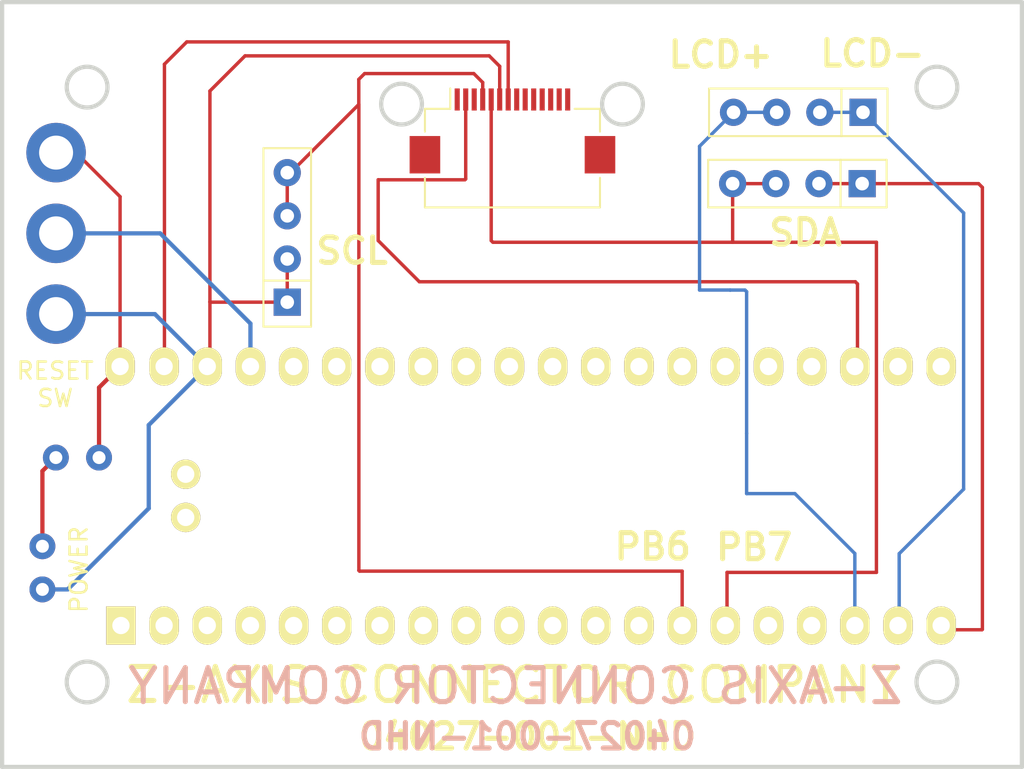
<source format=kicad_pcb>
(kicad_pcb (version 20211014) (generator pcbnew)
  (layers (0 "F.Cu" signal) (31 "B.Cu" signal) (34 "B.Paste" user) (35 "F.Paste" user) (36 "B.SilkS" user "B.Silkscreen") (37 "F.SilkS" user "F.Silkscreen") (38 "B.Mask" user) (39 "F.Mask" user) (44 "Edge.Cuts" user))
  (net 0 "")
  (footprint "BluePill_breakouts:MCM_Toggle_Switch_3_Pins" (layer "F.Cu") (at 129.248408 97.351088 90)
    (fp_text reference "REF**" hide)
    (fp_text value "MCM_Toggle_Switch_3_Pins" hide)
    (pad "1" thru_hole circle (at 0 0 90) (size 3.5 3.5) (drill 2) (layers *.Cu *.Mask))
    (pad "2" thru_hole circle (at 4.75 0 90) (size 3.5 3.5) (drill 2) (layers *.Cu *.Mask))
    (pad "3" thru_hole circle (at 9.5 0 90) (size 3.5 3.5) (drill 2) (layers *.Cu *.Mask))
  )
  (footprint "BluePill_breakouts:led-tht" (layer "F.Cu") (at 131.776216 105.794048 180)
    (fp_text reference "REF**" hide)
    (fp_text value "led-tht" hide)
    (pad "1" thru_hole circle (at 0 0 180) (size 1.524 1.524) (drill 0.762) (layers *.Cu *.Mask))
    (pad "2" thru_hole circle (at 2.54 0 180) (size 1.524 1.524) (drill 0.762) (layers *.Cu *.Mask))
  )
  (footprint "clipboard:5a87e1a2-8341-48fe-b5e9-54349676dc19" (layer "F.Cu") (at 176.675 89.675 180)
    (fp_text reference "" (at 0 0) (layer "F.SilkS") (effects (font (size 1.27 1.27))))
    (fp_text value "" (at 0 0) (layer "F.SilkS") (effects (font (size 1.27 1.27))))
    (fp_line (start 9.06 1.4) (end 9.06 -1.4) (layer "F.SilkS") (width 0.12))
    (fp_line (start 1.27 -1.4) (end 1.27 1.4) (layer "F.SilkS") (width 0.12))
    (fp_line (start -1.44 1.4) (end 9.06 1.4) (layer "F.SilkS") (width 0.12))
    (fp_line (start 9.06 -1.4) (end -1.44 -1.4) (layer "F.SilkS") (width 0.12))
    (fp_line (start -1.44 -1.4) (end -1.44 1.4) (layer "F.SilkS") (width 0.12))
    (pad "1" thru_hole rect (at 0 0 180) (size 1.6 1.6) (drill 0.8) (layers *.Cu *.Mask))
    (pad "2" thru_hole oval (at 2.54 0 180) (size 1.6 1.6) (drill 0.8) (layers *.Cu *.Mask))
    (pad "3" thru_hole oval (at 5.08 0 180) (size 1.6 1.6) (drill 0.8) (layers *.Cu *.Mask))
    (pad "4" thru_hole oval (at 7.62 0 180) (size 1.6 1.6) (drill 0.8) (layers *.Cu *.Mask))
  )
  (footprint "clipboard:f401dcee-4887-443d-b321-1252092049f9" (layer "F.Cu") (at 133.0142 100.435 90)
    (fp_text reference "" (at 0 0 90) (layer "F.SilkS") (effects (font (size 1.27 1.27))))
    (fp_text value "" (at 0 0 90) (layer "F.SilkS") (effects (font (size 1.27 1.27))))
    (pad "1" thru_hole rect (at -15.24 0.0508) (size 1.7272 2.25) (drill 1.016) (layers *.Cu *.Mask "F.SilkS"))
    (pad "2" thru_hole oval (at -15.24 2.5908) (size 1.7272 2.25) (drill 1.016) (layers *.Cu *.Mask "F.SilkS"))
    (pad "3" thru_hole oval (at -15.24 5.1308) (size 1.7272 2.25) (drill 1.016) (layers *.Cu *.Mask "F.SilkS"))
    (pad "4" thru_hole oval (at -15.24 7.6708) (size 1.7272 2.25) (drill 1.016) (layers *.Cu *.Mask "F.SilkS"))
    (pad "5" thru_hole oval (at -15.24 10.2108) (size 1.7272 2.25) (drill 1.016) (layers *.Cu *.Mask "F.SilkS"))
    (pad "6" thru_hole oval (at -15.24 12.7508) (size 1.7272 2.25) (drill 1.016) (layers *.Cu *.Mask "F.SilkS"))
    (pad "7" thru_hole oval (at -15.24 15.2908) (size 1.7272 2.25) (drill 1.016) (layers *.Cu *.Mask "F.SilkS"))
    (pad "8" thru_hole oval (at -15.24 17.8308) (size 1.7272 2.25) (drill 1.016) (layers *.Cu *.Mask "F.SilkS"))
    (pad "9" thru_hole oval (at -15.24 20.3708) (size 1.7272 2.25) (drill 1.016) (layers *.Cu *.Mask "F.SilkS"))
    (pad "10" thru_hole oval (at -15.24 22.9108) (size 1.7272 2.25) (drill 1.016) (layers *.Cu *.Mask "F.SilkS"))
    (pad "11" thru_hole oval (at -15.24 25.4508) (size 1.7272 2.25) (drill 1.016) (layers *.Cu *.Mask "F.SilkS"))
    (pad "12" thru_hole oval (at -15.24 27.9908) (size 1.7272 2.25) (drill 1.016) (layers *.Cu *.Mask "F.SilkS"))
    (pad "13" thru_hole oval (at -15.24 30.5308) (size 1.7272 2.25) (drill 1.016) (layers *.Cu *.Mask "F.SilkS"))
    (pad "14" thru_hole oval (at -15.24 33.0708) (size 1.7272 2.25) (drill 1.016) (layers *.Cu *.Mask "F.SilkS"))
    (pad "15" thru_hole oval (at -15.24 35.6108) (size 1.7272 2.25) (drill 1.016) (layers *.Cu *.Mask "F.SilkS"))
    (pad "16" thru_hole oval (at -15.24 38.1508) (size 1.7272 2.25) (drill 1.016) (layers *.Cu *.Mask "F.SilkS"))
    (pad "17" thru_hole oval (at -15.24 40.6908) (size 1.7272 2.25) (drill 1.016) (layers *.Cu *.Mask "F.SilkS"))
    (pad "18" thru_hole oval (at -15.24 43.2308) (size 1.7272 2.25) (drill 1.016) (layers *.Cu *.Mask "F.SilkS"))
    (pad "19" thru_hole oval (at -15.24 45.7708) (size 1.7272 2.25) (drill 1.016) (layers *.Cu *.Mask "F.SilkS"))
    (pad "20" thru_hole oval (at -15.24 48.3108) (size 1.7272 2.25) (drill 1.016) (layers *.Cu *.Mask "F.SilkS"))
    (pad "21" thru_hole oval (at 0 48.3108 180) (size 1.7272 2.25) (drill 1.016) (layers *.Cu *.Mask "F.SilkS"))
    (pad "22" thru_hole oval (at 0 45.7708 180) (size 1.7272 2.25) (drill 1.016) (layers *.Cu *.Mask "F.SilkS"))
    (pad "23" thru_hole oval (at 0 43.2308 180) (size 1.7272 2.25) (drill 1.016) (layers *.Cu *.Mask "F.SilkS"))
    (pad "24" thru_hole oval (at 0 40.6908 180) (size 1.7272 2.25) (drill 1.016) (layers *.Cu *.Mask "F.SilkS"))
    (pad "25" thru_hole oval (at 0 38.1508 180) (size 1.7272 2.25) (drill 1.016) (layers *.Cu *.Mask "F.SilkS"))
    (pad "26" thru_hole oval (at 0 35.6108 180) (size 1.7272 2.25) (drill 1.016) (layers *.Cu *.Mask "F.SilkS"))
    (pad "27" thru_hole oval (at 0 33.0708 180) (size 1.7272 2.25) (drill 1.016) (layers *.Cu *.Mask "F.SilkS"))
    (pad "28" thru_hole oval (at 0 30.5308 180) (size 1.7272 2.25) (drill 1.016) (layers *.Cu *.Mask "F.SilkS"))
    (pad "29" thru_hole oval (at 0 27.9908 180) (size 1.7272 2.25) (drill 1.016) (layers *.Cu *.Mask "F.SilkS"))
    (pad "30" thru_hole oval (at 0 25.4508 180) (size 1.7272 2.25) (drill 1.016) (layers *.Cu *.Mask "F.SilkS"))
    (pad "31" thru_hole oval (at 0 22.9108 180) (size 1.7272 2.25) (drill 1.016) (layers *.Cu *.Mask "F.SilkS"))
    (pad "32" thru_hole oval (at 0 20.3708 180) (size 1.7272 2.25) (drill 1.016) (layers *.Cu *.Mask "F.SilkS"))
    (pad "33" thru_hole oval (at 0 17.8308 180) (size 1.7272 2.25) (drill 1.016) (layers *.Cu *.Mask "F.SilkS"))
    (pad "34" thru_hole oval (at 0 15.2908 180) (size 1.7272 2.25) (drill 1.016) (layers *.Cu *.Mask "F.SilkS"))
    (pad "35" thru_hole oval (at 0 12.7508 180) (size 1.7272 2.25) (drill 1.016) (layers *.Cu *.Mask "F.SilkS"))
    (pad "36" thru_hole oval (at 0 10.2108 180) (size 1.7272 2.25) (drill 1.016) (layers *.Cu *.Mask "F.SilkS"))
    (pad "37" thru_hole oval (at 0 7.6708 180) (size 1.7272 2.25) (drill 1.016) (layers *.Cu *.Mask "F.SilkS"))
    (pad "38" thru_hole oval (at 0 5.1308 180) (size 1.7272 2.25) (drill 1.016) (layers *.Cu *.Mask "F.SilkS"))
    (pad "39" thru_hole oval (at 0 2.5908 180) (size 1.7272 2.25) (drill 1.016) (layers *.Cu *.Mask "F.SilkS"))
    (pad "40" thru_hole oval (at 0 0 180) (size 1.7272 2.25) (drill 1.016) (layers *.Cu *.Mask "F.SilkS"))
    (pad "41" thru_hole oval (at -6.34 3.8608 180) (size 1.7272 1.7272) (drill 1.016) (layers *.Cu *.Mask "F.SilkS"))
    (pad "42" thru_hole oval (at -8.88 3.8608 180) (size 1.7272 1.7272) (drill 1.016) (layers *.Cu *.Mask "F.SilkS"))
  )
  (footprint "BluePill_breakouts:led-tht" (layer "F.Cu") (at 128.444752 113.551208 90)
    (fp_text reference "REF**" hide)
    (fp_text value "led-tht" hide)
    (pad "1" thru_hole circle (at 0 0 90) (size 1.524 1.524) (drill 0.762) (layers *.Cu *.Mask))
    (pad "2" thru_hole circle (at 2.54 0 90) (size 1.524 1.524) (drill 0.762) (layers *.Cu *.Mask))
  )
  (footprint "clipboard:fcad048d-11d9-48b0-bec3-03615da80bc5" (layer "F.Cu") (at 156.1 85.375)
    (fp_text reference "" (at 0 0) (layer "F.SilkS") (effects (font (size 1.27 1.27))))
    (fp_text value "" (at 0 0) (layer "F.SilkS") (effects (font (size 1.27 1.27))))
    (fp_line (start 5.15 5.7) (end 5.15 3.96) (layer "F.SilkS") (width 0.12))
    (fp_line (start -3.66 -0.1) (end -3.66 -1.3) (layer "F.SilkS") (width 0.12))
    (fp_line (start -5.15 3.96) (end -5.15 5.7) (layer "F.SilkS") (width 0.12))
    (fp_line (start -5.15 5.7) (end 5.15 5.7) (layer "F.SilkS") (width 0.12))
    (fp_line (start -5.15 -0.1) (end -5.15 1.24) (layer "F.SilkS") (width 0.12))
    (fp_line (start 3.66 -0.1) (end 5.15 -0.1) (layer "F.SilkS") (width 0.12))
    (fp_line (start -3.66 -0.1) (end -5.15 -0.1) (layer "F.SilkS") (width 0.12))
    (fp_line (start 5.15 -0.1) (end 5.15 1.24) (layer "F.SilkS") (width 0.12))
    (pad "1" smd rect (at -3.25 -0.65) (size 0.3 1.3) (layers "F.Cu" "F.Paste" "F.Mask"))
    (pad "2" smd rect (at -2.75 -0.65) (size 0.3 1.3) (layers "F.Cu" "F.Paste" "F.Mask"))
    (pad "3" smd rect (at -2.25 -0.65) (size 0.3 1.3) (layers "F.Cu" "F.Paste" "F.Mask"))
    (pad "4" smd rect (at -1.75 -0.65) (size 0.3 1.3) (layers "F.Cu" "F.Paste" "F.Mask"))
    (pad "5" smd rect (at -1.25 -0.65) (size 0.3 1.3) (layers "F.Cu" "F.Paste" "F.Mask"))
    (pad "6" smd rect (at -0.75 -0.65) (size 0.3 1.3) (layers "F.Cu" "F.Paste" "F.Mask"))
    (pad "7" smd rect (at -0.25 -0.65) (size 0.3 1.3) (layers "F.Cu" "F.Paste" "F.Mask"))
    (pad "8" smd rect (at 0.25 -0.65) (size 0.3 1.3) (layers "F.Cu" "F.Paste" "F.Mask"))
    (pad "9" smd rect (at 0.75 -0.65) (size 0.3 1.3) (layers "F.Cu" "F.Paste" "F.Mask"))
    (pad "10" smd rect (at 1.25 -0.65) (size 0.3 1.3) (layers "F.Cu" "F.Paste" "F.Mask"))
    (pad "11" smd rect (at 1.75 -0.65) (size 0.3 1.3) (layers "F.Cu" "F.Paste" "F.Mask"))
    (pad "12" smd rect (at 2.25 -0.65) (size 0.3 1.3) (layers "F.Cu" "F.Paste" "F.Mask"))
    (pad "13" smd rect (at 2.75 -0.65) (size 0.3 1.3) (layers "F.Cu" "F.Paste" "F.Mask"))
    (pad "14" smd rect (at 3.25 -0.65) (size 0.3 1.3) (layers "F.Cu" "F.Paste" "F.Mask"))
    (pad "MP" smd rect (at 5.15 2.6) (size 1.8 2.2) (layers "F.Cu" "F.Paste" "F.Mask"))
    (pad "MP" smd rect (at -5.15 2.6) (size 1.8 2.2) (layers "F.Cu" "F.Paste" "F.Mask"))
  )
  (footprint "clipboard:5a87e1a2-8341-48fe-b5e9-54349676dc19" (layer "F.Cu") (at 176.726864 85.480144 180)
    (fp_text reference "" (at 0 0) (layer "F.SilkS") (effects (font (size 1.27 1.27))))
    (fp_text value "" (at 0 0) (layer "F.SilkS") (effects (font (size 1.27 1.27))))
    (fp_line (start 9.06 1.4) (end 9.06 -1.4) (layer "F.SilkS") (width 0.12))
    (fp_line (start 9.06 -1.4) (end -1.44 -1.4) (layer "F.SilkS") (width 0.12))
    (fp_line (start -1.44 -1.4) (end -1.44 1.4) (layer "F.SilkS") (width 0.12))
    (fp_line (start -1.44 1.4) (end 9.06 1.4) (layer "F.SilkS") (width 0.12))
    (fp_line (start 1.27 -1.4) (end 1.27 1.4) (layer "F.SilkS") (width 0.12))
    (pad "1" thru_hole rect (at 0 0 180) (size 1.6 1.6) (drill 0.8) (layers *.Cu *.Mask))
    (pad "2" thru_hole oval (at 2.54 0 180) (size 1.6 1.6) (drill 0.8) (layers *.Cu *.Mask))
    (pad "3" thru_hole oval (at 5.08 0 180) (size 1.6 1.6) (drill 0.8) (layers *.Cu *.Mask))
    (pad "4" thru_hole oval (at 7.62 0 180) (size 1.6 1.6) (drill 0.8) (layers *.Cu *.Mask))
  )
  (footprint "clipboard:5a87e1a2-8341-48fe-b5e9-54349676dc19" (layer "F.Cu") (at 142.85 96.65 90)
    (fp_text reference "" (at 0 0 90) (layer "F.SilkS") (effects (font (size 1.27 1.27))))
    (fp_text value "" (at 0 0 90) (layer "F.SilkS") (effects (font (size 1.27 1.27))))
    (fp_line (start -1.44 1.4) (end 9.06 1.4) (layer "F.SilkS") (width 0.12))
    (fp_line (start -1.44 -1.4) (end -1.44 1.4) (layer "F.SilkS") (width 0.12))
    (fp_line (start 9.06 -1.4) (end -1.44 -1.4) (layer "F.SilkS") (width 0.12))
    (fp_line (start 1.27 -1.4) (end 1.27 1.4) (layer "F.SilkS") (width 0.12))
    (fp_line (start 9.06 1.4) (end 9.06 -1.4) (layer "F.SilkS") (width 0.12))
    (pad "1" thru_hole rect (at 0 0 90) (size 1.6 1.6) (drill 0.8) (layers *.Cu *.Mask))
    (pad "2" thru_hole oval (at 2.54 0 90) (size 1.6 1.6) (drill 0.8) (layers *.Cu *.Mask))
    (pad "3" thru_hole oval (at 5.08 0 90) (size 1.6 1.6) (drill 0.8) (layers *.Cu *.Mask))
    (pad "4" thru_hole oval (at 7.62 0 90) (size 1.6 1.6) (drill 0.8) (layers *.Cu *.Mask))
  )
  (gr_circle (center 149.574224 84.996424) (end 150.774224 84.996424) (layer "Edge.Cuts") (width 0.25) (fill none))
  (gr_circle (center 131.074224 118.996424) (end 132.274224 118.996424) (layer "Edge.Cuts") (width 0.25) (fill none))
  (gr_circle (center 131.074224 83.996424) (end 132.274224 83.996424) (layer "Edge.Cuts") (width 0.25) (fill none))
  (gr_line (start 126.074224 123.996424) (end 186.074224 123.996424) (layer "Edge.Cuts") (width 0.25))
  (gr_circle (center 181.074224 118.996424) (end 182.274224 118.996424) (layer "Edge.Cuts") (width 0.25) (fill none))
  (gr_line (start 126.074224 78.996424) (end 126.074224 123.996424) (layer "Edge.Cuts") (width 0.25))
  (gr_line (start 186.074224 78.996424) (end 126.074224 78.996424) (layer "Edge.Cuts") (width 0.25))
  (gr_line (start 186.074224 123.996424) (end 186.074224 78.996424) (layer "Edge.Cuts") (width 0.25))
  (gr_circle (center 162.574224 84.996424) (end 163.774224 84.996424) (layer "Edge.Cuts") (width 0.25) (fill none))
  (gr_circle (center 181.074224 83.996424) (end 182.274224 83.996424) (layer "Edge.Cuts") (width 0.25) (fill none))
  (gr_text "04027-001-NHD\n" (at 156.979112 122.201432) (layer "B.SilkS") (effects (font (size 1.5 1.5) (thickness 0.3)) (justify mirror)))
  (gr_text "Z-AXIS CONNECTOR COMPANY\n" (at 156.28112 119.24284) (layer "B.SilkS") (effects (font (size 2 2) (thickness 0.3)) (justify mirror)))
  (gr_text "SDA" (at 173.346872 92.553536) (layer "F.SilkS") (effects (font (size 1.5 1.5) (thickness 0.3))))
  (gr_text "LCD-" (at 177.284888 82.02168) (layer "F.SilkS") (effects (font (size 1.5 1.5) (thickness 0.3))))
  (gr_text "04027-001-NHD\n" (at 156.983176 122.205496) (layer "F.SilkS") (effects (font (size 1.5 1.5) (thickness 0.3))))
  (gr_text "PB7" (at 170.323256 111.063024) (layer "F.SilkS") (effects (font (size 1.5 1.5) (thickness 0.3))))
  (gr_text "SCL" (at 146.661632 93.633544) (layer "F.SilkS") (effects (font (size 1.5 1.5) (thickness 0.3))))
  (gr_text "POWER\n" (at 130.585464 112.37976 90) (layer "F.SilkS") (effects (font (size 1 1))))
  (gr_text "PB6\n" (at 164.354256 111.031528) (layer "F.SilkS") (effects (font (size 1.5 1.5) (thickness 0.3))))
  (gr_text "RESET\nSW" (at 129.195576 101.494336) (layer "F.SilkS") (effects (font (size 1 1))))
  (gr_text "LCD+" (at 168.354248 82.090768) (layer "F.SilkS") (effects (font (size 1.5 1.5) (thickness 0.3))))
  (gr_text "Z-AXIS CONNECTOR COMPANY" (at 156.142944 119.173752) (layer "F.SilkS") (effects (font (size 2 2) (thickness 0.3))))
  (segment (start 155.85 81.336896) (end 136.938104 81.336896) (width 0.2) (layer "F.Cu") (net 0))
  (segment (start 143.045 89.03) (end 142.85 89.03) (width 0.2) (layer "F.Cu") (net 0))
  (segment (start 128.444752 111.011208) (end 128.444752 106.585512) (width 0.25) (layer "F.Cu") (net 0))
  (segment (start 154.85 93.025) (end 154.95 93.125) (width 0.2) (layer "F.Cu") (net 0))
  (segment (start 169.05 93.125) (end 177.51552 93.125) (width 0.2) (layer "F.Cu") (net 0))
  (segment (start 183.725 115.925) (end 183.75 115.9) (width 0.2) (layer "F.Cu") (net 0))
  (segment (start 181.6 115.4) (end 182.125 115.925) (width 0.2) (layer "F.Cu") (net 0))
  (segment (start 135.625 100.415) (end 135.605 100.435) (width 0.2) (layer "F.Cu") (net 0))
  (segment (start 177.51552 93.125) (end 177.51552 112.55) (width 0.2) (layer "F.Cu") (net 0))
  (segment (start 155.35 82.775) (end 154.732824 82.157824) (width 0.2) (layer "F.Cu") (net 0))
  (segment (start 155.35 84.725) (end 155.35 82.775) (width 0.2) (layer "F.Cu") (net 0))
  (segment (start 176.4004 100.2796) (end 176.245 100.435) (width 0.2) (layer "F.Cu") (net 0))
  (segment (start 177.51552 112.55) (end 168.725 112.55) (width 0.2) (layer "F.Cu") (net 0))
  (segment (start 147.104344 112.475) (end 147.063968 112.434624) (width 0.2) (layer "F.Cu") (net 0))
  (segment (start 147.4 83.2) (end 147.058888 83.541112) (width 0.2) (layer "F.Cu") (net 0))
  (segment (start 169.055 89.675) (end 169.055 93.12) (width 0.2) (layer "F.Cu") (net 0))
  (segment (start 153.3 89.45) (end 148.2 89.45) (width 0.2) (layer "F.Cu") (net 0))
  (segment (start 138.314008 96.65) (end 138.3004 96.636392) (width 0.2) (layer "F.Cu") (net 0))
  (segment (start 154.95 93.125) (end 169.05 93.125) (width 0.2) (layer "F.Cu") (net 0))
  (segment (start 133.0142 90.443824) (end 130.421464 87.851088) (width 0.2) (layer "F.Cu") (net 0))
  (segment (start 169.055 93.12) (end 169.05 93.125) (width 0.2) (layer "F.Cu") (net 0))
  (segment (start 154.732824 82.157824) (end 140.367176 82.157824) (width 0.2) (layer "F.Cu") (net 0))
  (segment (start 183.75 89.9) (end 183.525 89.675) (width 0.2) (layer "F.Cu") (net 0))
  (segment (start 133.0142 100.435) (end 133.0142 90.443824) (width 0.2) (layer "F.Cu") (net 0))
  (segment (start 154.85 84.725) (end 154.85 93.025) (width 0.2) (layer "F.Cu") (net 0))
  (segment (start 181.325 115.675) (end 181.6 115.4) (width 0.2) (layer "F.Cu") (net 0))
  (segment (start 138.3004 100.2796) (end 138.145 100.435) (width 0.2) (layer "F.Cu") (net 0))
  (segment (start 136.938104 81.336896) (end 135.625 82.65) (width 0.2) (layer "F.Cu") (net 0))
  (segment (start 154.35 84.725) (end 154.35 83.725) (width 0.2) (layer "F.Cu") (net 0))
  (segment (start 183.525 89.675) (end 176.675 89.675) (width 0.2) (layer "F.Cu") (net 0))
  (segment (start 147.058888 83.541112) (end 147.058888 85.13064) (width 0.2) (layer "F.Cu") (net 0))
  (segment (start 128.444752 106.585512) (end 129.236216 105.794048) (width 0.25) (layer "F.Cu") (net 0))
  (segment (start 153.825 83.2) (end 147.4 83.2) (width 0.2) (layer "F.Cu") (net 0))
  (segment (start 150.625 95.45) (end 176.275 95.45) (width 0.2) (layer "F.Cu") (net 0))
  (segment (start 166.085 112.475) (end 147.104344 112.475) (width 0.2) (layer "F.Cu") (net 0))
  (segment (start 154.35 83.725) (end 153.825 83.2) (width 0.2) (layer "F.Cu") (net 0))
  (segment (start 147.063968 112.434624) (end 147.063968 85.011032) (width 0.2) (layer "F.Cu") (net 0))
  (segment (start 148.2 93.025) (end 150.625 95.45) (width 0.2) (layer "F.Cu") (net 0))
  (segment (start 169.055 89.675) (end 171.595 89.675) (width 0.2) (layer "F.Cu") (net 0))
  (segment (start 168.725 115.575) (end 168.625 115.675) (width 0.2) (layer "F.Cu") (net 0))
  (segment (start 138.3004 96.636392) (end 138.3004 100.2796) (width 0.2) (layer "F.Cu") (net 0))
  (segment (start 155.85 84.725) (end 155.85 81.336896) (width 0.2) (layer "F.Cu") (net 0))
  (segment (start 142.85 96.65) (end 142.85 94.11) (width 0.2) (layer "F.Cu") (net 0))
  (segment (start 147.063968 85.011032) (end 143.045 89.03) (width 0.2) (layer "F.Cu") (net 0))
  (segment (start 182.125 115.925) (end 183.725 115.925) (width 0.2) (layer "F.Cu") (net 0))
  (segment (start 130.421464 87.851088) (end 129.248408 87.851088) (width 0.2) (layer "F.Cu") (net 0))
  (segment (start 168.725 112.55) (end 168.725 115.575) (width 0.2) (layer "F.Cu") (net 0))
  (segment (start 176.275 95.45) (end 176.4004 95.5754) (width 0.2) (layer "F.Cu") (net 0))
  (segment (start 148.2 89.45) (end 148.2 93.025) (width 0.2) (layer "F.Cu") (net 0))
  (segment (start 131.776216 105.794048) (end 131.776216 101.672984) (width 0.25) (layer "F.Cu") (net 0))
  (segment (start 176.4004 95.5754) (end 176.4004 100.2796) (width 0.2) (layer "F.Cu") (net 0))
  (segment (start 142.85 96.65) (end 138.314008 96.65) (width 0.2) (layer "F.Cu") (net 0))
  (segment (start 138.3004 84.2246) (end 138.3004 96.636392) (width 0.2) (layer "F.Cu") (net 0))
  (segment (start 183.75 115.9) (end 183.75 89.9) (width 0.2) (layer "F.Cu") (net 0))
  (segment (start 142.85 89.03) (end 142.85 91.57) (width 0.2) (layer "F.Cu") (net 0))
  (segment (start 140.367176 82.157824) (end 138.3004 84.2246) (width 0.2) (layer "F.Cu") (net 0))
  (segment (start 131.776216 101.672984) (end 133.0142 100.435) (width 0.25) (layer "F.Cu") (net 0))
  (segment (start 153.35 89.4) (end 153.3 89.45) (width 0.2) (layer "F.Cu") (net 0))
  (segment (start 153.35 84.725) (end 153.35 89.4) (width 0.2) (layer "F.Cu") (net 0))
  (segment (start 135.625 82.65) (end 135.625 100.415) (width 0.2) (layer "F.Cu") (net 0))
  (segment (start 166.085 115.675) (end 166.085 112.475) (width 0.2) (layer "F.Cu") (net 0))
  (segment (start 174.135 89.675) (end 176.675 89.675) (width 0.2) (layer "F.Cu") (net 0))
  (segment (start 169.78376 95.938848) (end 168.911016 95.938848) (width 0.2) (layer "B.Cu") (net 0))
  (segment (start 169.877232 107.913424) (end 169.877232 104.371648) (width 0.2) (layer "B.Cu") (net 0))
  (segment (start 140.685 97.910384) (end 135.375704 92.601088) (width 0.25) (layer "B.Cu") (net 0))
  (segment (start 178.785 115.675) (end 178.854608 115.605392) (width 0.2) (layer "B.Cu") (net 0))
  (segment (start 182.119016 108.184696) (end 182.119016 108.179616) (width 0.2) (layer "B.Cu") (net 0))
  (segment (start 176.245 111.441472) (end 172.716952 107.913424) (width 0.2) (layer "B.Cu") (net 0))
  (segment (start 174.186864 85.480144) (end 176.726864 85.480144) (width 0.2) (layer "B.Cu") (net 0))
  (segment (start 128.444752 113.551208) (end 128.61544 113.38052) (width 0.25) (layer "B.Cu") (net 0))
  (segment (start 169.877232 96.03232) (end 169.78376 95.938848) (width 0.2) (layer "B.Cu") (net 0))
  (segment (start 135.375704 92.601088) (end 129.248408 92.601088) (width 0.25) (layer "B.Cu") (net 0))
  (segment (start 134.70128 108.781088) (end 134.70128 103.87872) (width 0.25) (layer "B.Cu") (net 0))
  (segment (start 135.061088 97.351088) (end 138.145 100.435) (width 0.25) (layer "B.Cu") (net 0))
  (segment (start 169.106864 85.480144) (end 171.646864 85.480144) (width 0.2) (layer "B.Cu") (net 0))
  (segment (start 172.716952 107.913424) (end 169.877232 107.913424) (width 0.2) (layer "B.Cu") (net 0))
  (segment (start 168.908984 95.936816) (end 167.108632 95.936816) (width 0.2) (layer "B.Cu") (net 0))
  (segment (start 167.108632 87.478376) (end 169.106864 85.480144) (width 0.2) (layer "B.Cu") (net 0))
  (segment (start 178.854608 111.449104) (end 182.119016 108.184696) (width 0.2) (layer "B.Cu") (net 0))
  (segment (start 128.444752 113.551208) (end 129.93116 113.551208) (width 0.25) (layer "B.Cu") (net 0))
  (segment (start 178.854608 115.605392) (end 178.854608 111.449104) (width 0.2) (layer "B.Cu") (net 0))
  (segment (start 169.877232 104.371648) (end 169.877232 96.03232) (width 0.2) (layer "B.Cu") (net 0))
  (segment (start 182.645304 91.398584) (end 176.726864 85.480144) (width 0.2) (layer "B.Cu") (net 0))
  (segment (start 176.245 115.675) (end 176.245 111.441472) (width 0.2) (layer "B.Cu") (net 0))
  (segment (start 140.685 100.435) (end 140.685 97.910384) (width 0.25) (layer "B.Cu") (net 0))
  (segment (start 168.911016 95.938848) (end 168.908984 95.936816) (width 0.2) (layer "B.Cu") (net 0))
  (segment (start 182.645304 107.653328) (end 182.645304 91.398584) (width 0.2) (layer "B.Cu") (net 0))
  (segment (start 167.108632 95.936816) (end 167.108632 87.478376) (width 0.2) (layer "B.Cu") (net 0))
  (segment (start 129.93116 113.551208) (end 134.70128 108.781088) (width 0.25) (layer "B.Cu") (net 0))
  (segment (start 182.119016 108.179616) (end 182.645304 107.653328) (width 0.2) (layer "B.Cu") (net 0))
  (segment (start 129.248408 97.351088) (end 135.061088 97.351088) (width 0.25) (layer "B.Cu") (net 0))
  (segment (start 134.70128 103.87872) (end 138.145 100.435) (width 0.25) (layer "B.Cu") (net 0))
)
</source>
